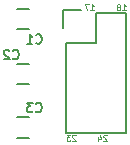
<source format=gbo>
G04 #@! TF.FileFunction,Legend,Bot*
%FSLAX46Y46*%
G04 Gerber Fmt 4.6, Leading zero omitted, Abs format (unit mm)*
G04 Created by KiCad (PCBNEW 4.0.2-stable) date Dimanche 03 juillet 2016 23:01:33*
%MOMM*%
G01*
G04 APERTURE LIST*
%ADD10C,0.100000*%
%ADD11C,0.125000*%
%ADD12C,0.150000*%
G04 APERTURE END LIST*
D10*
D11*
X60930952Y-45423810D02*
X60907142Y-45400000D01*
X60859523Y-45376190D01*
X60740476Y-45376190D01*
X60692857Y-45400000D01*
X60669047Y-45423810D01*
X60645238Y-45471429D01*
X60645238Y-45519048D01*
X60669047Y-45590476D01*
X60954761Y-45876190D01*
X60645238Y-45876190D01*
X60478571Y-45376190D02*
X60169048Y-45376190D01*
X60335714Y-45566667D01*
X60264286Y-45566667D01*
X60216667Y-45590476D01*
X60192857Y-45614286D01*
X60169048Y-45661905D01*
X60169048Y-45780952D01*
X60192857Y-45828571D01*
X60216667Y-45852381D01*
X60264286Y-45876190D01*
X60407143Y-45876190D01*
X60454762Y-45852381D01*
X60478571Y-45828571D01*
X63580952Y-45423810D02*
X63557142Y-45400000D01*
X63509523Y-45376190D01*
X63390476Y-45376190D01*
X63342857Y-45400000D01*
X63319047Y-45423810D01*
X63295238Y-45471429D01*
X63295238Y-45519048D01*
X63319047Y-45590476D01*
X63604761Y-45876190D01*
X63295238Y-45876190D01*
X62866667Y-45542857D02*
X62866667Y-45876190D01*
X62985714Y-45352381D02*
X63104762Y-45709524D01*
X62795238Y-45709524D01*
X64895238Y-34826190D02*
X65180952Y-34826190D01*
X65038095Y-34826190D02*
X65038095Y-34326190D01*
X65085714Y-34397619D01*
X65133333Y-34445238D01*
X65180952Y-34469048D01*
X64609524Y-34540476D02*
X64657143Y-34516667D01*
X64680952Y-34492857D01*
X64704762Y-34445238D01*
X64704762Y-34421429D01*
X64680952Y-34373810D01*
X64657143Y-34350000D01*
X64609524Y-34326190D01*
X64514286Y-34326190D01*
X64466667Y-34350000D01*
X64442857Y-34373810D01*
X64419048Y-34421429D01*
X64419048Y-34445238D01*
X64442857Y-34492857D01*
X64466667Y-34516667D01*
X64514286Y-34540476D01*
X64609524Y-34540476D01*
X64657143Y-34564286D01*
X64680952Y-34588095D01*
X64704762Y-34635714D01*
X64704762Y-34730952D01*
X64680952Y-34778571D01*
X64657143Y-34802381D01*
X64609524Y-34826190D01*
X64514286Y-34826190D01*
X64466667Y-34802381D01*
X64442857Y-34778571D01*
X64419048Y-34730952D01*
X64419048Y-34635714D01*
X64442857Y-34588095D01*
X64466667Y-34564286D01*
X64514286Y-34540476D01*
X62195238Y-34826190D02*
X62480952Y-34826190D01*
X62338095Y-34826190D02*
X62338095Y-34326190D01*
X62385714Y-34397619D01*
X62433333Y-34445238D01*
X62480952Y-34469048D01*
X62028571Y-34326190D02*
X61695238Y-34326190D01*
X61909524Y-34826190D01*
D12*
X60130000Y-37620000D02*
X60130000Y-45240000D01*
X60130000Y-45240000D02*
X65210000Y-45240000D01*
X65210000Y-45240000D02*
X65210000Y-35080000D01*
X65210000Y-35080000D02*
X62670000Y-35080000D01*
X59850000Y-36350000D02*
X59850000Y-34800000D01*
X62670000Y-35080000D02*
X62670000Y-37620000D01*
X62670000Y-37620000D02*
X60130000Y-37620000D01*
X59850000Y-34800000D02*
X61400000Y-34800000D01*
X56950000Y-45600000D02*
X55950000Y-45600000D01*
X55950000Y-43900000D02*
X56950000Y-43900000D01*
X57000000Y-41050000D02*
X56000000Y-41050000D01*
X56000000Y-39350000D02*
X57000000Y-39350000D01*
X56950000Y-36450000D02*
X55950000Y-36450000D01*
X55950000Y-34750000D02*
X56950000Y-34750000D01*
X57583333Y-43385714D02*
X57621428Y-43423810D01*
X57735714Y-43461905D01*
X57811904Y-43461905D01*
X57926190Y-43423810D01*
X58002381Y-43347619D01*
X58040476Y-43271429D01*
X58078571Y-43119048D01*
X58078571Y-43004762D01*
X58040476Y-42852381D01*
X58002381Y-42776190D01*
X57926190Y-42700000D01*
X57811904Y-42661905D01*
X57735714Y-42661905D01*
X57621428Y-42700000D01*
X57583333Y-42738095D01*
X57316666Y-42661905D02*
X56821428Y-42661905D01*
X57088095Y-42966667D01*
X56973809Y-42966667D01*
X56897619Y-43004762D01*
X56859523Y-43042857D01*
X56821428Y-43119048D01*
X56821428Y-43309524D01*
X56859523Y-43385714D01*
X56897619Y-43423810D01*
X56973809Y-43461905D01*
X57202381Y-43461905D01*
X57278571Y-43423810D01*
X57316666Y-43385714D01*
X55633333Y-38885714D02*
X55671428Y-38923810D01*
X55785714Y-38961905D01*
X55861904Y-38961905D01*
X55976190Y-38923810D01*
X56052381Y-38847619D01*
X56090476Y-38771429D01*
X56128571Y-38619048D01*
X56128571Y-38504762D01*
X56090476Y-38352381D01*
X56052381Y-38276190D01*
X55976190Y-38200000D01*
X55861904Y-38161905D01*
X55785714Y-38161905D01*
X55671428Y-38200000D01*
X55633333Y-38238095D01*
X55328571Y-38238095D02*
X55290476Y-38200000D01*
X55214285Y-38161905D01*
X55023809Y-38161905D01*
X54947619Y-38200000D01*
X54909523Y-38238095D01*
X54871428Y-38314286D01*
X54871428Y-38390476D01*
X54909523Y-38504762D01*
X55366666Y-38961905D01*
X54871428Y-38961905D01*
X57583333Y-37585714D02*
X57621428Y-37623810D01*
X57735714Y-37661905D01*
X57811904Y-37661905D01*
X57926190Y-37623810D01*
X58002381Y-37547619D01*
X58040476Y-37471429D01*
X58078571Y-37319048D01*
X58078571Y-37204762D01*
X58040476Y-37052381D01*
X58002381Y-36976190D01*
X57926190Y-36900000D01*
X57811904Y-36861905D01*
X57735714Y-36861905D01*
X57621428Y-36900000D01*
X57583333Y-36938095D01*
X56821428Y-37661905D02*
X57278571Y-37661905D01*
X57050000Y-37661905D02*
X57050000Y-36861905D01*
X57126190Y-36976190D01*
X57202381Y-37052381D01*
X57278571Y-37090476D01*
M02*

</source>
